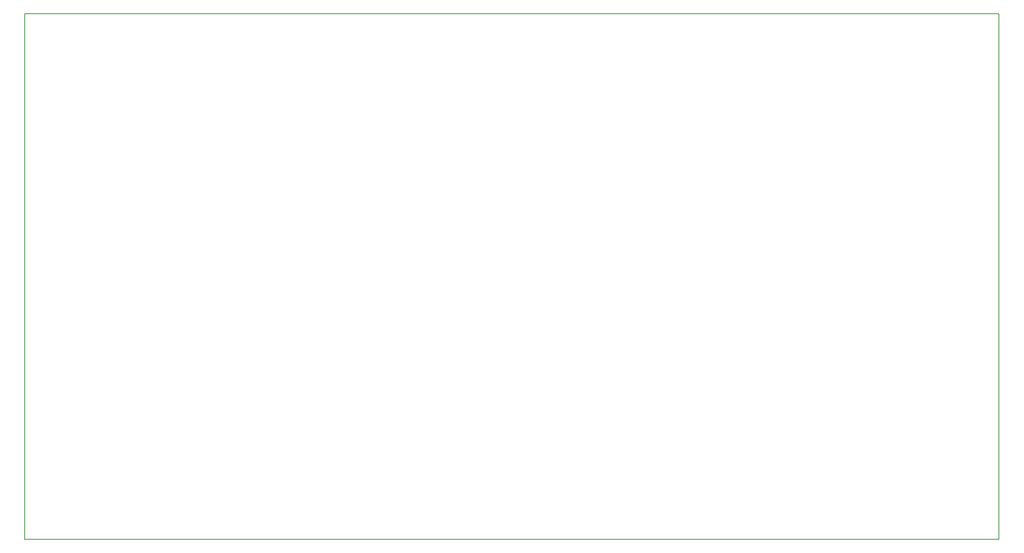
<source format=gm1>
G04 MADE WITH FRITZING*
G04 WWW.FRITZING.ORG*
G04 DOUBLE SIDED*
G04 HOLES PLATED*
G04 CONTOUR ON CENTER OF CONTOUR VECTOR*
%ASAXBY*%
%FSLAX23Y23*%
%MOIN*%
%OFA0B0*%
%SFA1.0B1.0*%
%ADD10R,8.285450X4.483250*%
%ADD11C,0.008000*%
%ADD10C,0.008*%
%LNCONTOUR*%
G90*
G70*
G54D10*
G54D11*
X4Y4479D02*
X8281Y4479D01*
X8281Y4D01*
X4Y4D01*
X4Y4479D01*
D02*
G04 End of contour*
M02*
</source>
